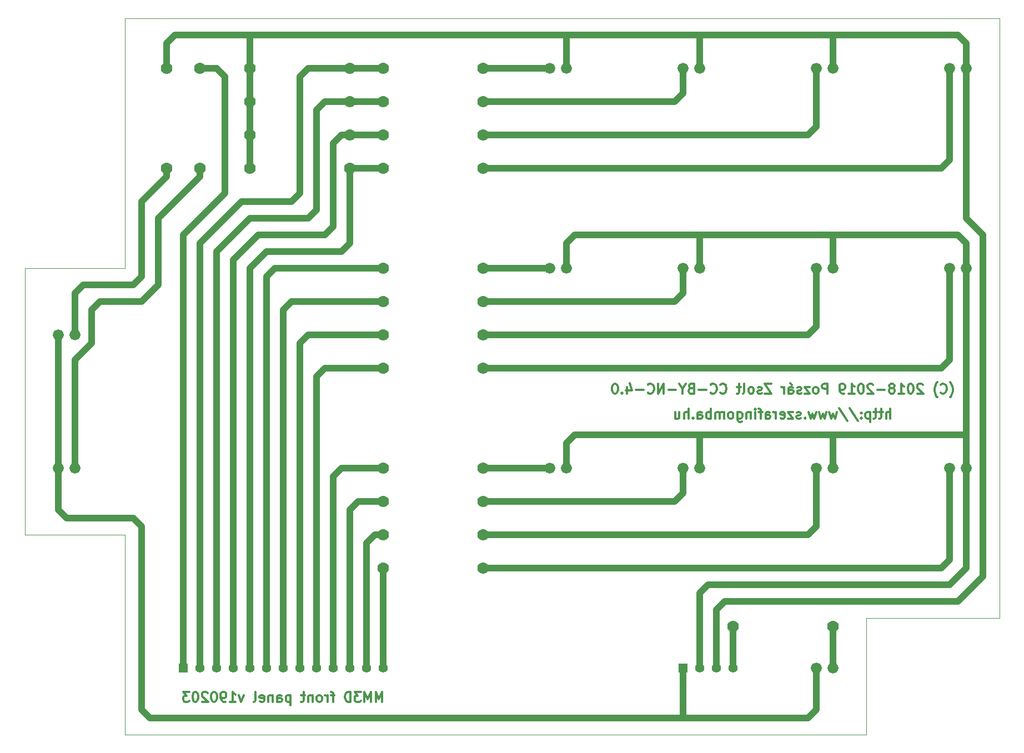
<source format=gbr>
G04 #@! TF.FileFunction,Copper,L2,Bot,Signal*
%FSLAX46Y46*%
G04 Gerber Fmt 4.6, Leading zero omitted, Abs format (unit mm)*
G04 Created by KiCad (PCBNEW 4.0.5+dfsg1-4+deb9u1) date Tue Sep 27 18:48:32 2022*
%MOMM*%
%LPD*%
G01*
G04 APERTURE LIST*
%ADD10C,0.100000*%
%ADD11C,0.300000*%
%ADD12C,1.778000*%
%ADD13C,1.676400*%
%ADD14R,1.397000X1.397000*%
%ADD15C,1.397000*%
%ADD16C,1.000000*%
G04 APERTURE END LIST*
D10*
D11*
X205839998Y-102215000D02*
X205911426Y-102143571D01*
X206054283Y-101929286D01*
X206125712Y-101786429D01*
X206197141Y-101572143D01*
X206268569Y-101215000D01*
X206268569Y-100929286D01*
X206197141Y-100572143D01*
X206125712Y-100357857D01*
X206054283Y-100215000D01*
X205911426Y-100000714D01*
X205839998Y-99929286D01*
X204411426Y-101500714D02*
X204482855Y-101572143D01*
X204697141Y-101643571D01*
X204839998Y-101643571D01*
X205054283Y-101572143D01*
X205197141Y-101429286D01*
X205268569Y-101286429D01*
X205339998Y-101000714D01*
X205339998Y-100786429D01*
X205268569Y-100500714D01*
X205197141Y-100357857D01*
X205054283Y-100215000D01*
X204839998Y-100143571D01*
X204697141Y-100143571D01*
X204482855Y-100215000D01*
X204411426Y-100286429D01*
X203911426Y-102215000D02*
X203839998Y-102143571D01*
X203697141Y-101929286D01*
X203625712Y-101786429D01*
X203554283Y-101572143D01*
X203482855Y-101215000D01*
X203482855Y-100929286D01*
X203554283Y-100572143D01*
X203625712Y-100357857D01*
X203697141Y-100215000D01*
X203839998Y-100000714D01*
X203911426Y-99929286D01*
X201697141Y-100286429D02*
X201625712Y-100215000D01*
X201482855Y-100143571D01*
X201125712Y-100143571D01*
X200982855Y-100215000D01*
X200911426Y-100286429D01*
X200839998Y-100429286D01*
X200839998Y-100572143D01*
X200911426Y-100786429D01*
X201768569Y-101643571D01*
X200839998Y-101643571D01*
X199911427Y-100143571D02*
X199768570Y-100143571D01*
X199625713Y-100215000D01*
X199554284Y-100286429D01*
X199482855Y-100429286D01*
X199411427Y-100715000D01*
X199411427Y-101072143D01*
X199482855Y-101357857D01*
X199554284Y-101500714D01*
X199625713Y-101572143D01*
X199768570Y-101643571D01*
X199911427Y-101643571D01*
X200054284Y-101572143D01*
X200125713Y-101500714D01*
X200197141Y-101357857D01*
X200268570Y-101072143D01*
X200268570Y-100715000D01*
X200197141Y-100429286D01*
X200125713Y-100286429D01*
X200054284Y-100215000D01*
X199911427Y-100143571D01*
X197982856Y-101643571D02*
X198839999Y-101643571D01*
X198411427Y-101643571D02*
X198411427Y-100143571D01*
X198554284Y-100357857D01*
X198697142Y-100500714D01*
X198839999Y-100572143D01*
X197125713Y-100786429D02*
X197268571Y-100715000D01*
X197339999Y-100643571D01*
X197411428Y-100500714D01*
X197411428Y-100429286D01*
X197339999Y-100286429D01*
X197268571Y-100215000D01*
X197125713Y-100143571D01*
X196839999Y-100143571D01*
X196697142Y-100215000D01*
X196625713Y-100286429D01*
X196554285Y-100429286D01*
X196554285Y-100500714D01*
X196625713Y-100643571D01*
X196697142Y-100715000D01*
X196839999Y-100786429D01*
X197125713Y-100786429D01*
X197268571Y-100857857D01*
X197339999Y-100929286D01*
X197411428Y-101072143D01*
X197411428Y-101357857D01*
X197339999Y-101500714D01*
X197268571Y-101572143D01*
X197125713Y-101643571D01*
X196839999Y-101643571D01*
X196697142Y-101572143D01*
X196625713Y-101500714D01*
X196554285Y-101357857D01*
X196554285Y-101072143D01*
X196625713Y-100929286D01*
X196697142Y-100857857D01*
X196839999Y-100786429D01*
X195911428Y-101072143D02*
X194768571Y-101072143D01*
X194125714Y-100286429D02*
X194054285Y-100215000D01*
X193911428Y-100143571D01*
X193554285Y-100143571D01*
X193411428Y-100215000D01*
X193339999Y-100286429D01*
X193268571Y-100429286D01*
X193268571Y-100572143D01*
X193339999Y-100786429D01*
X194197142Y-101643571D01*
X193268571Y-101643571D01*
X192340000Y-100143571D02*
X192197143Y-100143571D01*
X192054286Y-100215000D01*
X191982857Y-100286429D01*
X191911428Y-100429286D01*
X191840000Y-100715000D01*
X191840000Y-101072143D01*
X191911428Y-101357857D01*
X191982857Y-101500714D01*
X192054286Y-101572143D01*
X192197143Y-101643571D01*
X192340000Y-101643571D01*
X192482857Y-101572143D01*
X192554286Y-101500714D01*
X192625714Y-101357857D01*
X192697143Y-101072143D01*
X192697143Y-100715000D01*
X192625714Y-100429286D01*
X192554286Y-100286429D01*
X192482857Y-100215000D01*
X192340000Y-100143571D01*
X190411429Y-101643571D02*
X191268572Y-101643571D01*
X190840000Y-101643571D02*
X190840000Y-100143571D01*
X190982857Y-100357857D01*
X191125715Y-100500714D01*
X191268572Y-100572143D01*
X189697144Y-101643571D02*
X189411429Y-101643571D01*
X189268572Y-101572143D01*
X189197144Y-101500714D01*
X189054286Y-101286429D01*
X188982858Y-101000714D01*
X188982858Y-100429286D01*
X189054286Y-100286429D01*
X189125715Y-100215000D01*
X189268572Y-100143571D01*
X189554286Y-100143571D01*
X189697144Y-100215000D01*
X189768572Y-100286429D01*
X189840001Y-100429286D01*
X189840001Y-100786429D01*
X189768572Y-100929286D01*
X189697144Y-101000714D01*
X189554286Y-101072143D01*
X189268572Y-101072143D01*
X189125715Y-101000714D01*
X189054286Y-100929286D01*
X188982858Y-100786429D01*
X187197144Y-101643571D02*
X187197144Y-100143571D01*
X186625716Y-100143571D01*
X186482858Y-100215000D01*
X186411430Y-100286429D01*
X186340001Y-100429286D01*
X186340001Y-100643571D01*
X186411430Y-100786429D01*
X186482858Y-100857857D01*
X186625716Y-100929286D01*
X187197144Y-100929286D01*
X185482858Y-101643571D02*
X185625716Y-101572143D01*
X185697144Y-101500714D01*
X185768573Y-101357857D01*
X185768573Y-100929286D01*
X185697144Y-100786429D01*
X185625716Y-100715000D01*
X185482858Y-100643571D01*
X185268573Y-100643571D01*
X185125716Y-100715000D01*
X185054287Y-100786429D01*
X184982858Y-100929286D01*
X184982858Y-101357857D01*
X185054287Y-101500714D01*
X185125716Y-101572143D01*
X185268573Y-101643571D01*
X185482858Y-101643571D01*
X184482858Y-100643571D02*
X183697144Y-100643571D01*
X184482858Y-101643571D01*
X183697144Y-101643571D01*
X183197144Y-101572143D02*
X183054287Y-101643571D01*
X182768572Y-101643571D01*
X182625715Y-101572143D01*
X182554287Y-101429286D01*
X182554287Y-101357857D01*
X182625715Y-101215000D01*
X182768572Y-101143571D01*
X182982858Y-101143571D01*
X183125715Y-101072143D01*
X183197144Y-100929286D01*
X183197144Y-100857857D01*
X183125715Y-100715000D01*
X182982858Y-100643571D01*
X182768572Y-100643571D01*
X182625715Y-100715000D01*
X181268572Y-101643571D02*
X181268572Y-100857857D01*
X181340001Y-100715000D01*
X181482858Y-100643571D01*
X181768572Y-100643571D01*
X181911429Y-100715000D01*
X181268572Y-101572143D02*
X181411429Y-101643571D01*
X181768572Y-101643571D01*
X181911429Y-101572143D01*
X181982858Y-101429286D01*
X181982858Y-101286429D01*
X181911429Y-101143571D01*
X181768572Y-101072143D01*
X181411429Y-101072143D01*
X181268572Y-101000714D01*
X181482858Y-100072143D02*
X181697143Y-100286429D01*
X180554286Y-101643571D02*
X180554286Y-100643571D01*
X180554286Y-100929286D02*
X180482858Y-100786429D01*
X180411429Y-100715000D01*
X180268572Y-100643571D01*
X180125715Y-100643571D01*
X178625715Y-100143571D02*
X177625715Y-100143571D01*
X178625715Y-101643571D01*
X177625715Y-101643571D01*
X177125716Y-101572143D02*
X176982859Y-101643571D01*
X176697144Y-101643571D01*
X176554287Y-101572143D01*
X176482859Y-101429286D01*
X176482859Y-101357857D01*
X176554287Y-101215000D01*
X176697144Y-101143571D01*
X176911430Y-101143571D01*
X177054287Y-101072143D01*
X177125716Y-100929286D01*
X177125716Y-100857857D01*
X177054287Y-100715000D01*
X176911430Y-100643571D01*
X176697144Y-100643571D01*
X176554287Y-100715000D01*
X175625715Y-101643571D02*
X175768573Y-101572143D01*
X175840001Y-101500714D01*
X175911430Y-101357857D01*
X175911430Y-100929286D01*
X175840001Y-100786429D01*
X175768573Y-100715000D01*
X175625715Y-100643571D01*
X175411430Y-100643571D01*
X175268573Y-100715000D01*
X175197144Y-100786429D01*
X175125715Y-100929286D01*
X175125715Y-101357857D01*
X175197144Y-101500714D01*
X175268573Y-101572143D01*
X175411430Y-101643571D01*
X175625715Y-101643571D01*
X174268572Y-101643571D02*
X174411430Y-101572143D01*
X174482858Y-101429286D01*
X174482858Y-100143571D01*
X173911430Y-100643571D02*
X173340001Y-100643571D01*
X173697144Y-100143571D02*
X173697144Y-101429286D01*
X173625716Y-101572143D01*
X173482858Y-101643571D01*
X173340001Y-101643571D01*
X170840001Y-101500714D02*
X170911430Y-101572143D01*
X171125716Y-101643571D01*
X171268573Y-101643571D01*
X171482858Y-101572143D01*
X171625716Y-101429286D01*
X171697144Y-101286429D01*
X171768573Y-101000714D01*
X171768573Y-100786429D01*
X171697144Y-100500714D01*
X171625716Y-100357857D01*
X171482858Y-100215000D01*
X171268573Y-100143571D01*
X171125716Y-100143571D01*
X170911430Y-100215000D01*
X170840001Y-100286429D01*
X169340001Y-101500714D02*
X169411430Y-101572143D01*
X169625716Y-101643571D01*
X169768573Y-101643571D01*
X169982858Y-101572143D01*
X170125716Y-101429286D01*
X170197144Y-101286429D01*
X170268573Y-101000714D01*
X170268573Y-100786429D01*
X170197144Y-100500714D01*
X170125716Y-100357857D01*
X169982858Y-100215000D01*
X169768573Y-100143571D01*
X169625716Y-100143571D01*
X169411430Y-100215000D01*
X169340001Y-100286429D01*
X168697144Y-101072143D02*
X167554287Y-101072143D01*
X166340001Y-100857857D02*
X166125715Y-100929286D01*
X166054287Y-101000714D01*
X165982858Y-101143571D01*
X165982858Y-101357857D01*
X166054287Y-101500714D01*
X166125715Y-101572143D01*
X166268573Y-101643571D01*
X166840001Y-101643571D01*
X166840001Y-100143571D01*
X166340001Y-100143571D01*
X166197144Y-100215000D01*
X166125715Y-100286429D01*
X166054287Y-100429286D01*
X166054287Y-100572143D01*
X166125715Y-100715000D01*
X166197144Y-100786429D01*
X166340001Y-100857857D01*
X166840001Y-100857857D01*
X165054287Y-100929286D02*
X165054287Y-101643571D01*
X165554287Y-100143571D02*
X165054287Y-100929286D01*
X164554287Y-100143571D01*
X164054287Y-101072143D02*
X162911430Y-101072143D01*
X162197144Y-101643571D02*
X162197144Y-100143571D01*
X161340001Y-101643571D01*
X161340001Y-100143571D01*
X159768572Y-101500714D02*
X159840001Y-101572143D01*
X160054287Y-101643571D01*
X160197144Y-101643571D01*
X160411429Y-101572143D01*
X160554287Y-101429286D01*
X160625715Y-101286429D01*
X160697144Y-101000714D01*
X160697144Y-100786429D01*
X160625715Y-100500714D01*
X160554287Y-100357857D01*
X160411429Y-100215000D01*
X160197144Y-100143571D01*
X160054287Y-100143571D01*
X159840001Y-100215000D01*
X159768572Y-100286429D01*
X159125715Y-101072143D02*
X157982858Y-101072143D01*
X156625715Y-100643571D02*
X156625715Y-101643571D01*
X156982858Y-100072143D02*
X157340001Y-101143571D01*
X156411429Y-101143571D01*
X155840001Y-101500714D02*
X155768573Y-101572143D01*
X155840001Y-101643571D01*
X155911430Y-101572143D01*
X155840001Y-101500714D01*
X155840001Y-101643571D01*
X154840001Y-100143571D02*
X154697144Y-100143571D01*
X154554287Y-100215000D01*
X154482858Y-100286429D01*
X154411429Y-100429286D01*
X154340001Y-100715000D01*
X154340001Y-101072143D01*
X154411429Y-101357857D01*
X154482858Y-101500714D01*
X154554287Y-101572143D01*
X154697144Y-101643571D01*
X154840001Y-101643571D01*
X154982858Y-101572143D01*
X155054287Y-101500714D01*
X155125715Y-101357857D01*
X155197144Y-101072143D01*
X155197144Y-100715000D01*
X155125715Y-100429286D01*
X155054287Y-100286429D01*
X154982858Y-100215000D01*
X154840001Y-100143571D01*
X196732859Y-105453571D02*
X196732859Y-103953571D01*
X196090002Y-105453571D02*
X196090002Y-104667857D01*
X196161431Y-104525000D01*
X196304288Y-104453571D01*
X196518573Y-104453571D01*
X196661431Y-104525000D01*
X196732859Y-104596429D01*
X195590002Y-104453571D02*
X195018573Y-104453571D01*
X195375716Y-103953571D02*
X195375716Y-105239286D01*
X195304288Y-105382143D01*
X195161430Y-105453571D01*
X195018573Y-105453571D01*
X194732859Y-104453571D02*
X194161430Y-104453571D01*
X194518573Y-103953571D02*
X194518573Y-105239286D01*
X194447145Y-105382143D01*
X194304287Y-105453571D01*
X194161430Y-105453571D01*
X193661430Y-104453571D02*
X193661430Y-105953571D01*
X193661430Y-104525000D02*
X193518573Y-104453571D01*
X193232859Y-104453571D01*
X193090002Y-104525000D01*
X193018573Y-104596429D01*
X192947144Y-104739286D01*
X192947144Y-105167857D01*
X193018573Y-105310714D01*
X193090002Y-105382143D01*
X193232859Y-105453571D01*
X193518573Y-105453571D01*
X193661430Y-105382143D01*
X192304287Y-105310714D02*
X192232859Y-105382143D01*
X192304287Y-105453571D01*
X192375716Y-105382143D01*
X192304287Y-105310714D01*
X192304287Y-105453571D01*
X192304287Y-104525000D02*
X192232859Y-104596429D01*
X192304287Y-104667857D01*
X192375716Y-104596429D01*
X192304287Y-104525000D01*
X192304287Y-104667857D01*
X190518573Y-103882143D02*
X191804287Y-105810714D01*
X188947144Y-103882143D02*
X190232858Y-105810714D01*
X188590000Y-104453571D02*
X188304286Y-105453571D01*
X188018572Y-104739286D01*
X187732857Y-105453571D01*
X187447143Y-104453571D01*
X187018571Y-104453571D02*
X186732857Y-105453571D01*
X186447143Y-104739286D01*
X186161428Y-105453571D01*
X185875714Y-104453571D01*
X185447142Y-104453571D02*
X185161428Y-105453571D01*
X184875714Y-104739286D01*
X184589999Y-105453571D01*
X184304285Y-104453571D01*
X183732856Y-105310714D02*
X183661428Y-105382143D01*
X183732856Y-105453571D01*
X183804285Y-105382143D01*
X183732856Y-105310714D01*
X183732856Y-105453571D01*
X183089999Y-105382143D02*
X182947142Y-105453571D01*
X182661427Y-105453571D01*
X182518570Y-105382143D01*
X182447142Y-105239286D01*
X182447142Y-105167857D01*
X182518570Y-105025000D01*
X182661427Y-104953571D01*
X182875713Y-104953571D01*
X183018570Y-104882143D01*
X183089999Y-104739286D01*
X183089999Y-104667857D01*
X183018570Y-104525000D01*
X182875713Y-104453571D01*
X182661427Y-104453571D01*
X182518570Y-104525000D01*
X181947141Y-104453571D02*
X181161427Y-104453571D01*
X181947141Y-105453571D01*
X181161427Y-105453571D01*
X180018570Y-105382143D02*
X180161427Y-105453571D01*
X180447141Y-105453571D01*
X180589998Y-105382143D01*
X180661427Y-105239286D01*
X180661427Y-104667857D01*
X180589998Y-104525000D01*
X180447141Y-104453571D01*
X180161427Y-104453571D01*
X180018570Y-104525000D01*
X179947141Y-104667857D01*
X179947141Y-104810714D01*
X180661427Y-104953571D01*
X179304284Y-105453571D02*
X179304284Y-104453571D01*
X179304284Y-104739286D02*
X179232856Y-104596429D01*
X179161427Y-104525000D01*
X179018570Y-104453571D01*
X178875713Y-104453571D01*
X177732856Y-105453571D02*
X177732856Y-104667857D01*
X177804285Y-104525000D01*
X177947142Y-104453571D01*
X178232856Y-104453571D01*
X178375713Y-104525000D01*
X177732856Y-105382143D02*
X177875713Y-105453571D01*
X178232856Y-105453571D01*
X178375713Y-105382143D01*
X178447142Y-105239286D01*
X178447142Y-105096429D01*
X178375713Y-104953571D01*
X178232856Y-104882143D01*
X177875713Y-104882143D01*
X177732856Y-104810714D01*
X177232856Y-104453571D02*
X176661427Y-104453571D01*
X177018570Y-105453571D02*
X177018570Y-104167857D01*
X176947142Y-104025000D01*
X176804284Y-103953571D01*
X176661427Y-103953571D01*
X176161427Y-105453571D02*
X176161427Y-104453571D01*
X176161427Y-103953571D02*
X176232856Y-104025000D01*
X176161427Y-104096429D01*
X176089999Y-104025000D01*
X176161427Y-103953571D01*
X176161427Y-104096429D01*
X175447141Y-104453571D02*
X175447141Y-105453571D01*
X175447141Y-104596429D02*
X175375713Y-104525000D01*
X175232855Y-104453571D01*
X175018570Y-104453571D01*
X174875713Y-104525000D01*
X174804284Y-104667857D01*
X174804284Y-105453571D01*
X173447141Y-104453571D02*
X173447141Y-105667857D01*
X173518570Y-105810714D01*
X173589998Y-105882143D01*
X173732855Y-105953571D01*
X173947141Y-105953571D01*
X174089998Y-105882143D01*
X173447141Y-105382143D02*
X173589998Y-105453571D01*
X173875712Y-105453571D01*
X174018570Y-105382143D01*
X174089998Y-105310714D01*
X174161427Y-105167857D01*
X174161427Y-104739286D01*
X174089998Y-104596429D01*
X174018570Y-104525000D01*
X173875712Y-104453571D01*
X173589998Y-104453571D01*
X173447141Y-104525000D01*
X172518569Y-105453571D02*
X172661427Y-105382143D01*
X172732855Y-105310714D01*
X172804284Y-105167857D01*
X172804284Y-104739286D01*
X172732855Y-104596429D01*
X172661427Y-104525000D01*
X172518569Y-104453571D01*
X172304284Y-104453571D01*
X172161427Y-104525000D01*
X172089998Y-104596429D01*
X172018569Y-104739286D01*
X172018569Y-105167857D01*
X172089998Y-105310714D01*
X172161427Y-105382143D01*
X172304284Y-105453571D01*
X172518569Y-105453571D01*
X171375712Y-105453571D02*
X171375712Y-104453571D01*
X171375712Y-104596429D02*
X171304284Y-104525000D01*
X171161426Y-104453571D01*
X170947141Y-104453571D01*
X170804284Y-104525000D01*
X170732855Y-104667857D01*
X170732855Y-105453571D01*
X170732855Y-104667857D02*
X170661426Y-104525000D01*
X170518569Y-104453571D01*
X170304284Y-104453571D01*
X170161426Y-104525000D01*
X170089998Y-104667857D01*
X170089998Y-105453571D01*
X169375712Y-105453571D02*
X169375712Y-103953571D01*
X169375712Y-104525000D02*
X169232855Y-104453571D01*
X168947141Y-104453571D01*
X168804284Y-104525000D01*
X168732855Y-104596429D01*
X168661426Y-104739286D01*
X168661426Y-105167857D01*
X168732855Y-105310714D01*
X168804284Y-105382143D01*
X168947141Y-105453571D01*
X169232855Y-105453571D01*
X169375712Y-105382143D01*
X167375712Y-105453571D02*
X167375712Y-104667857D01*
X167447141Y-104525000D01*
X167589998Y-104453571D01*
X167875712Y-104453571D01*
X168018569Y-104525000D01*
X167375712Y-105382143D02*
X167518569Y-105453571D01*
X167875712Y-105453571D01*
X168018569Y-105382143D01*
X168089998Y-105239286D01*
X168089998Y-105096429D01*
X168018569Y-104953571D01*
X167875712Y-104882143D01*
X167518569Y-104882143D01*
X167375712Y-104810714D01*
X166661426Y-105310714D02*
X166589998Y-105382143D01*
X166661426Y-105453571D01*
X166732855Y-105382143D01*
X166661426Y-105310714D01*
X166661426Y-105453571D01*
X165947140Y-105453571D02*
X165947140Y-103953571D01*
X165304283Y-105453571D02*
X165304283Y-104667857D01*
X165375712Y-104525000D01*
X165518569Y-104453571D01*
X165732854Y-104453571D01*
X165875712Y-104525000D01*
X165947140Y-104596429D01*
X163947140Y-104453571D02*
X163947140Y-105453571D01*
X164589997Y-104453571D02*
X164589997Y-105239286D01*
X164518569Y-105382143D01*
X164375711Y-105453571D01*
X164161426Y-105453571D01*
X164018569Y-105382143D01*
X163947140Y-105310714D01*
X119282855Y-148633571D02*
X119282855Y-147133571D01*
X118782855Y-148205000D01*
X118282855Y-147133571D01*
X118282855Y-148633571D01*
X117568569Y-148633571D02*
X117568569Y-147133571D01*
X117068569Y-148205000D01*
X116568569Y-147133571D01*
X116568569Y-148633571D01*
X115997140Y-147133571D02*
X115068569Y-147133571D01*
X115568569Y-147705000D01*
X115354283Y-147705000D01*
X115211426Y-147776429D01*
X115139997Y-147847857D01*
X115068569Y-147990714D01*
X115068569Y-148347857D01*
X115139997Y-148490714D01*
X115211426Y-148562143D01*
X115354283Y-148633571D01*
X115782855Y-148633571D01*
X115925712Y-148562143D01*
X115997140Y-148490714D01*
X114425712Y-148633571D02*
X114425712Y-147133571D01*
X114068569Y-147133571D01*
X113854284Y-147205000D01*
X113711426Y-147347857D01*
X113639998Y-147490714D01*
X113568569Y-147776429D01*
X113568569Y-147990714D01*
X113639998Y-148276429D01*
X113711426Y-148419286D01*
X113854284Y-148562143D01*
X114068569Y-148633571D01*
X114425712Y-148633571D01*
X111997141Y-147633571D02*
X111425712Y-147633571D01*
X111782855Y-148633571D02*
X111782855Y-147347857D01*
X111711427Y-147205000D01*
X111568569Y-147133571D01*
X111425712Y-147133571D01*
X110925712Y-148633571D02*
X110925712Y-147633571D01*
X110925712Y-147919286D02*
X110854284Y-147776429D01*
X110782855Y-147705000D01*
X110639998Y-147633571D01*
X110497141Y-147633571D01*
X109782855Y-148633571D02*
X109925713Y-148562143D01*
X109997141Y-148490714D01*
X110068570Y-148347857D01*
X110068570Y-147919286D01*
X109997141Y-147776429D01*
X109925713Y-147705000D01*
X109782855Y-147633571D01*
X109568570Y-147633571D01*
X109425713Y-147705000D01*
X109354284Y-147776429D01*
X109282855Y-147919286D01*
X109282855Y-148347857D01*
X109354284Y-148490714D01*
X109425713Y-148562143D01*
X109568570Y-148633571D01*
X109782855Y-148633571D01*
X108639998Y-147633571D02*
X108639998Y-148633571D01*
X108639998Y-147776429D02*
X108568570Y-147705000D01*
X108425712Y-147633571D01*
X108211427Y-147633571D01*
X108068570Y-147705000D01*
X107997141Y-147847857D01*
X107997141Y-148633571D01*
X107497141Y-147633571D02*
X106925712Y-147633571D01*
X107282855Y-147133571D02*
X107282855Y-148419286D01*
X107211427Y-148562143D01*
X107068569Y-148633571D01*
X106925712Y-148633571D01*
X105282855Y-147633571D02*
X105282855Y-149133571D01*
X105282855Y-147705000D02*
X105139998Y-147633571D01*
X104854284Y-147633571D01*
X104711427Y-147705000D01*
X104639998Y-147776429D01*
X104568569Y-147919286D01*
X104568569Y-148347857D01*
X104639998Y-148490714D01*
X104711427Y-148562143D01*
X104854284Y-148633571D01*
X105139998Y-148633571D01*
X105282855Y-148562143D01*
X103282855Y-148633571D02*
X103282855Y-147847857D01*
X103354284Y-147705000D01*
X103497141Y-147633571D01*
X103782855Y-147633571D01*
X103925712Y-147705000D01*
X103282855Y-148562143D02*
X103425712Y-148633571D01*
X103782855Y-148633571D01*
X103925712Y-148562143D01*
X103997141Y-148419286D01*
X103997141Y-148276429D01*
X103925712Y-148133571D01*
X103782855Y-148062143D01*
X103425712Y-148062143D01*
X103282855Y-147990714D01*
X102568569Y-147633571D02*
X102568569Y-148633571D01*
X102568569Y-147776429D02*
X102497141Y-147705000D01*
X102354283Y-147633571D01*
X102139998Y-147633571D01*
X101997141Y-147705000D01*
X101925712Y-147847857D01*
X101925712Y-148633571D01*
X100639998Y-148562143D02*
X100782855Y-148633571D01*
X101068569Y-148633571D01*
X101211426Y-148562143D01*
X101282855Y-148419286D01*
X101282855Y-147847857D01*
X101211426Y-147705000D01*
X101068569Y-147633571D01*
X100782855Y-147633571D01*
X100639998Y-147705000D01*
X100568569Y-147847857D01*
X100568569Y-147990714D01*
X101282855Y-148133571D01*
X99711426Y-148633571D02*
X99854284Y-148562143D01*
X99925712Y-148419286D01*
X99925712Y-147133571D01*
X98139998Y-147633571D02*
X97782855Y-148633571D01*
X97425713Y-147633571D01*
X96068570Y-148633571D02*
X96925713Y-148633571D01*
X96497141Y-148633571D02*
X96497141Y-147133571D01*
X96639998Y-147347857D01*
X96782856Y-147490714D01*
X96925713Y-147562143D01*
X95354285Y-148633571D02*
X95068570Y-148633571D01*
X94925713Y-148562143D01*
X94854285Y-148490714D01*
X94711427Y-148276429D01*
X94639999Y-147990714D01*
X94639999Y-147419286D01*
X94711427Y-147276429D01*
X94782856Y-147205000D01*
X94925713Y-147133571D01*
X95211427Y-147133571D01*
X95354285Y-147205000D01*
X95425713Y-147276429D01*
X95497142Y-147419286D01*
X95497142Y-147776429D01*
X95425713Y-147919286D01*
X95354285Y-147990714D01*
X95211427Y-148062143D01*
X94925713Y-148062143D01*
X94782856Y-147990714D01*
X94711427Y-147919286D01*
X94639999Y-147776429D01*
X93711428Y-147133571D02*
X93568571Y-147133571D01*
X93425714Y-147205000D01*
X93354285Y-147276429D01*
X93282856Y-147419286D01*
X93211428Y-147705000D01*
X93211428Y-148062143D01*
X93282856Y-148347857D01*
X93354285Y-148490714D01*
X93425714Y-148562143D01*
X93568571Y-148633571D01*
X93711428Y-148633571D01*
X93854285Y-148562143D01*
X93925714Y-148490714D01*
X93997142Y-148347857D01*
X94068571Y-148062143D01*
X94068571Y-147705000D01*
X93997142Y-147419286D01*
X93925714Y-147276429D01*
X93854285Y-147205000D01*
X93711428Y-147133571D01*
X92640000Y-147276429D02*
X92568571Y-147205000D01*
X92425714Y-147133571D01*
X92068571Y-147133571D01*
X91925714Y-147205000D01*
X91854285Y-147276429D01*
X91782857Y-147419286D01*
X91782857Y-147562143D01*
X91854285Y-147776429D01*
X92711428Y-148633571D01*
X91782857Y-148633571D01*
X90854286Y-147133571D02*
X90711429Y-147133571D01*
X90568572Y-147205000D01*
X90497143Y-147276429D01*
X90425714Y-147419286D01*
X90354286Y-147705000D01*
X90354286Y-148062143D01*
X90425714Y-148347857D01*
X90497143Y-148490714D01*
X90568572Y-148562143D01*
X90711429Y-148633571D01*
X90854286Y-148633571D01*
X90997143Y-148562143D01*
X91068572Y-148490714D01*
X91140000Y-148347857D01*
X91211429Y-148062143D01*
X91211429Y-147705000D01*
X91140000Y-147419286D01*
X91068572Y-147276429D01*
X90997143Y-147205000D01*
X90854286Y-147133571D01*
X89854286Y-147133571D02*
X88925715Y-147133571D01*
X89425715Y-147705000D01*
X89211429Y-147705000D01*
X89068572Y-147776429D01*
X88997143Y-147847857D01*
X88925715Y-147990714D01*
X88925715Y-148347857D01*
X88997143Y-148490714D01*
X89068572Y-148562143D01*
X89211429Y-148633571D01*
X89640001Y-148633571D01*
X89782858Y-148562143D01*
X89854286Y-148490714D01*
D10*
X64770000Y-123190000D02*
X80010000Y-123190000D01*
X64770000Y-82550000D02*
X64770000Y-123190000D01*
X80010000Y-82550000D02*
X64770000Y-82550000D01*
X80010000Y-153670000D02*
X80010000Y-123190000D01*
X193040000Y-153670000D02*
X80010000Y-153670000D01*
X193040000Y-135890000D02*
X193040000Y-153670000D01*
X213360000Y-135890000D02*
X193040000Y-135890000D01*
X213360000Y-44450000D02*
X213360000Y-135890000D01*
X80010000Y-44450000D02*
X213360000Y-44450000D01*
X80010000Y-82550000D02*
X80010000Y-44450000D01*
D12*
X86360000Y-67310000D03*
X86360000Y-52070000D03*
X91440000Y-67310000D03*
X91440000Y-52070000D03*
X119380000Y-118110000D03*
X134620000Y-118110000D03*
X119380000Y-113030000D03*
X134620000Y-113030000D03*
X119380000Y-123190000D03*
X134620000Y-123190000D03*
X119380000Y-128270000D03*
X134620000Y-128270000D03*
D13*
X187960000Y-143510000D03*
X185420000Y-143510000D03*
D12*
X119380000Y-97790000D03*
X134620000Y-97790000D03*
X119380000Y-92710000D03*
X134620000Y-92710000D03*
X119380000Y-82550000D03*
X134620000Y-82550000D03*
X119380000Y-87630000D03*
X134620000Y-87630000D03*
D13*
X147320000Y-52070000D03*
X144780000Y-52070000D03*
X167640000Y-52070000D03*
X165100000Y-52070000D03*
X187960000Y-52070000D03*
X185420000Y-52070000D03*
X208280000Y-52070000D03*
X205740000Y-52070000D03*
X208280000Y-82550000D03*
X205740000Y-82550000D03*
X187960000Y-82550000D03*
X185420000Y-82550000D03*
X167640000Y-82550000D03*
X165100000Y-82550000D03*
X147320000Y-82550000D03*
X144780000Y-82550000D03*
D12*
X99060000Y-57150000D03*
X114300000Y-57150000D03*
X119380000Y-57150000D03*
X134620000Y-57150000D03*
X119380000Y-52070000D03*
X134620000Y-52070000D03*
X99060000Y-52070000D03*
X114300000Y-52070000D03*
X99060000Y-62230000D03*
X114300000Y-62230000D03*
X119380000Y-62230000D03*
X134620000Y-62230000D03*
D13*
X72390000Y-92710000D03*
X69850000Y-92710000D03*
X72390000Y-113030000D03*
X69850000Y-113030000D03*
X147320000Y-113030000D03*
X144780000Y-113030000D03*
D12*
X119380000Y-67310000D03*
X134620000Y-67310000D03*
X99060000Y-67310000D03*
X114300000Y-67310000D03*
D13*
X167640000Y-113030000D03*
X165100000Y-113030000D03*
X187960000Y-113030000D03*
X185420000Y-113030000D03*
X208280000Y-113030000D03*
X205740000Y-113030000D03*
D14*
X88900000Y-143510000D03*
D15*
X91440000Y-143510000D03*
X93980000Y-143510000D03*
X96520000Y-143510000D03*
X99060000Y-143510000D03*
X101600000Y-143510000D03*
X104140000Y-143510000D03*
X106680000Y-143510000D03*
X109220000Y-143510000D03*
X111760000Y-143510000D03*
X114300000Y-143510000D03*
X116840000Y-143510000D03*
X119380000Y-143510000D03*
D14*
X165100000Y-143510000D03*
D15*
X167640000Y-143510000D03*
X170180000Y-143510000D03*
X172720000Y-143510000D03*
D12*
X172720000Y-137160000D03*
X187960000Y-137160000D03*
D16*
X172720000Y-137160000D02*
X172720000Y-143510000D01*
X187960000Y-137160000D02*
X187960000Y-143510000D01*
X210820000Y-128270000D02*
X210820000Y-129540000D01*
X208280000Y-74930000D02*
X210820000Y-77470000D01*
X210820000Y-77470000D02*
X210820000Y-128270000D01*
X208280000Y-52070000D02*
X208280000Y-74930000D01*
X170180000Y-134620000D02*
X170180000Y-143510000D01*
X171450000Y-133350000D02*
X170180000Y-134620000D01*
X207010000Y-133350000D02*
X171450000Y-133350000D01*
X210820000Y-129540000D02*
X207010000Y-133350000D01*
X208280000Y-113030000D02*
X208280000Y-127000000D01*
X167640000Y-132080000D02*
X167640000Y-143510000D01*
X168910000Y-130810000D02*
X167640000Y-132080000D01*
X205740000Y-130810000D02*
X168910000Y-130810000D01*
X208280000Y-128270000D02*
X205740000Y-130810000D01*
X208280000Y-127000000D02*
X208280000Y-128270000D01*
X165100000Y-143510000D02*
X165100000Y-151130000D01*
X91440000Y-52070000D02*
X93980000Y-52070000D01*
X88900000Y-77470000D02*
X88900000Y-143510000D01*
X95250000Y-71120000D02*
X88900000Y-77470000D01*
X95250000Y-53340000D02*
X95250000Y-71120000D01*
X93980000Y-52070000D02*
X95250000Y-53340000D01*
X91440000Y-143510000D02*
X91440000Y-78740000D01*
X107950000Y-52070000D02*
X114300000Y-52070000D01*
X106680000Y-53340000D02*
X107950000Y-52070000D01*
X106680000Y-71120000D02*
X106680000Y-53340000D01*
X105410000Y-72390000D02*
X106680000Y-71120000D01*
X97790000Y-72390000D02*
X105410000Y-72390000D01*
X91440000Y-78740000D02*
X97790000Y-72390000D01*
X93980000Y-143510000D02*
X93980000Y-80010000D01*
X110490000Y-57150000D02*
X114300000Y-57150000D01*
X109220000Y-58420000D02*
X110490000Y-57150000D01*
X109220000Y-73660000D02*
X109220000Y-58420000D01*
X107950000Y-74930000D02*
X109220000Y-73660000D01*
X99060000Y-74930000D02*
X107950000Y-74930000D01*
X93980000Y-80010000D02*
X99060000Y-74930000D01*
X96520000Y-143510000D02*
X96520000Y-81280000D01*
X113030000Y-62230000D02*
X114300000Y-62230000D01*
X111760000Y-63500000D02*
X113030000Y-62230000D01*
X111760000Y-76200000D02*
X111760000Y-63500000D01*
X110490000Y-77470000D02*
X111760000Y-76200000D01*
X100330000Y-77470000D02*
X110490000Y-77470000D01*
X96520000Y-81280000D02*
X100330000Y-77470000D01*
X99060000Y-82550000D02*
X99060000Y-82550000D01*
X101600000Y-80010000D02*
X113030000Y-80010000D01*
X113030000Y-80010000D02*
X114300000Y-78740000D01*
X114300000Y-67310000D02*
X114300000Y-78740000D01*
X99060000Y-82550000D02*
X99060000Y-143510000D01*
X101600000Y-80010000D02*
X101600000Y-80010000D01*
X99060000Y-82550000D02*
X101600000Y-80010000D01*
X101600000Y-143510000D02*
X101600000Y-83820000D01*
X102870000Y-82550000D02*
X119380000Y-82550000D01*
X101600000Y-83820000D02*
X102870000Y-82550000D01*
X104140000Y-143510000D02*
X104140000Y-88900000D01*
X105410000Y-87630000D02*
X119380000Y-87630000D01*
X104140000Y-88900000D02*
X105410000Y-87630000D01*
X106680000Y-143510000D02*
X106680000Y-93980000D01*
X107950000Y-92710000D02*
X119380000Y-92710000D01*
X106680000Y-93980000D02*
X107950000Y-92710000D01*
X109220000Y-143510000D02*
X109220000Y-99060000D01*
X110490000Y-97790000D02*
X119380000Y-97790000D01*
X109220000Y-99060000D02*
X110490000Y-97790000D01*
X111760000Y-143510000D02*
X111760000Y-114300000D01*
X113030000Y-113030000D02*
X119380000Y-113030000D01*
X111760000Y-114300000D02*
X113030000Y-113030000D01*
X114300000Y-143510000D02*
X114300000Y-119380000D01*
X116840000Y-118110000D02*
X119380000Y-118110000D01*
X115570000Y-118110000D02*
X116840000Y-118110000D01*
X114300000Y-119380000D02*
X115570000Y-118110000D01*
X116840000Y-143510000D02*
X116840000Y-124460000D01*
X118110000Y-123190000D02*
X119380000Y-123190000D01*
X116840000Y-124460000D02*
X118110000Y-123190000D01*
X119380000Y-128270000D02*
X119380000Y-143510000D01*
X72390000Y-113030000D02*
X72390000Y-96520000D01*
X91440000Y-68580000D02*
X91440000Y-67310000D01*
X90170000Y-69850000D02*
X91440000Y-68580000D01*
X85090000Y-74930000D02*
X90170000Y-69850000D01*
X85090000Y-76200000D02*
X85090000Y-74930000D01*
X85090000Y-85090000D02*
X85090000Y-76200000D01*
X82550000Y-87630000D02*
X85090000Y-85090000D01*
X76200000Y-87630000D02*
X82550000Y-87630000D01*
X74930000Y-88900000D02*
X76200000Y-87630000D01*
X74930000Y-93980000D02*
X74930000Y-88900000D01*
X72390000Y-96520000D02*
X74930000Y-93980000D01*
X208280000Y-107950000D02*
X207010000Y-107950000D01*
X207010000Y-107950000D02*
X187960000Y-107950000D01*
X208280000Y-113030000D02*
X208280000Y-107950000D01*
X208280000Y-107950000D02*
X208280000Y-78740000D01*
X207010000Y-77470000D02*
X187960000Y-77470000D01*
X208280000Y-78740000D02*
X207010000Y-77470000D01*
X72390000Y-92710000D02*
X72390000Y-86360000D01*
X86360000Y-68580000D02*
X86360000Y-67310000D01*
X82550000Y-72390000D02*
X86360000Y-68580000D01*
X82550000Y-83820000D02*
X82550000Y-72390000D01*
X81280000Y-85090000D02*
X82550000Y-83820000D01*
X73660000Y-85090000D02*
X81280000Y-85090000D01*
X72390000Y-86360000D02*
X73660000Y-85090000D01*
X99060000Y-67310000D02*
X99060000Y-46990000D01*
X86360000Y-52070000D02*
X86360000Y-48260000D01*
X87630000Y-46990000D02*
X99060000Y-46990000D01*
X99060000Y-46990000D02*
X100330000Y-46990000D01*
X86360000Y-48260000D02*
X87630000Y-46990000D01*
X147320000Y-46990000D02*
X100330000Y-46990000D01*
X185420000Y-143510000D02*
X185420000Y-149860000D01*
X69850000Y-119380000D02*
X69850000Y-92710000D01*
X71120000Y-120650000D02*
X69850000Y-119380000D01*
X81280000Y-120650000D02*
X71120000Y-120650000D01*
X82550000Y-121920000D02*
X81280000Y-120650000D01*
X82550000Y-149860000D02*
X82550000Y-121920000D01*
X83820000Y-151130000D02*
X82550000Y-149860000D01*
X184150000Y-151130000D02*
X165100000Y-151130000D01*
X165100000Y-151130000D02*
X83820000Y-151130000D01*
X185420000Y-149860000D02*
X184150000Y-151130000D01*
X204470000Y-128270000D02*
X205740000Y-127000000D01*
X134620000Y-128270000D02*
X204470000Y-128270000D01*
X205740000Y-127000000D02*
X205740000Y-113030000D01*
X184150000Y-123190000D02*
X185420000Y-121920000D01*
X134620000Y-123190000D02*
X184150000Y-123190000D01*
X185420000Y-121920000D02*
X185420000Y-113030000D01*
X163830000Y-118110000D02*
X165100000Y-116840000D01*
X134620000Y-118110000D02*
X163830000Y-118110000D01*
X165100000Y-116840000D02*
X165100000Y-113030000D01*
X134620000Y-113030000D02*
X144780000Y-113030000D01*
X147320000Y-46990000D02*
X147320000Y-48260000D01*
X147320000Y-48260000D02*
X147320000Y-52070000D01*
X147320000Y-46990000D02*
X148590000Y-46990000D01*
X204470000Y-97790000D02*
X205740000Y-96520000D01*
X134620000Y-97790000D02*
X204470000Y-97790000D01*
X205740000Y-96520000D02*
X205740000Y-82550000D01*
X184150000Y-92710000D02*
X185420000Y-91440000D01*
X134620000Y-92710000D02*
X184150000Y-92710000D01*
X185420000Y-91440000D02*
X185420000Y-82550000D01*
X163830000Y-87630000D02*
X165100000Y-86360000D01*
X134620000Y-87630000D02*
X163830000Y-87630000D01*
X165100000Y-86360000D02*
X165100000Y-82550000D01*
X134620000Y-82550000D02*
X144780000Y-82550000D01*
X134620000Y-67310000D02*
X204470000Y-67310000D01*
X205740000Y-66040000D02*
X205740000Y-52070000D01*
X204470000Y-67310000D02*
X205740000Y-66040000D01*
X134620000Y-62230000D02*
X184150000Y-62230000D01*
X185420000Y-60960000D02*
X185420000Y-52070000D01*
X184150000Y-62230000D02*
X185420000Y-60960000D01*
X134620000Y-57150000D02*
X163830000Y-57150000D01*
X165100000Y-55880000D02*
X165100000Y-52070000D01*
X163830000Y-57150000D02*
X165100000Y-55880000D01*
X134620000Y-52070000D02*
X144780000Y-52070000D01*
X114300000Y-67310000D02*
X119380000Y-67310000D01*
X114300000Y-62230000D02*
X119380000Y-62230000D01*
X114300000Y-57150000D02*
X119380000Y-57150000D01*
X114300000Y-52070000D02*
X119380000Y-52070000D01*
X187960000Y-46990000D02*
X207010000Y-46990000D01*
X167640000Y-46990000D02*
X187960000Y-46990000D01*
X148590000Y-46990000D02*
X167640000Y-46990000D01*
X207010000Y-46990000D02*
X208280000Y-48260000D01*
X208280000Y-48260000D02*
X208280000Y-52070000D01*
X187960000Y-52070000D02*
X187960000Y-46990000D01*
X167640000Y-52070000D02*
X167640000Y-46990000D01*
X147320000Y-109220000D02*
X148590000Y-107950000D01*
X167640000Y-107950000D02*
X187960000Y-107950000D01*
X148590000Y-107950000D02*
X167640000Y-107950000D01*
X147320000Y-113030000D02*
X147320000Y-109220000D01*
X187960000Y-113030000D02*
X187960000Y-107950000D01*
X167640000Y-113030000D02*
X167640000Y-107950000D01*
X167640000Y-82550000D02*
X167640000Y-77470000D01*
X187960000Y-82550000D02*
X187960000Y-77470000D01*
X147320000Y-82550000D02*
X147320000Y-78740000D01*
X148590000Y-77470000D02*
X167640000Y-77470000D01*
X167640000Y-77470000D02*
X187960000Y-77470000D01*
X147320000Y-78740000D02*
X148590000Y-77470000D01*
M02*

</source>
